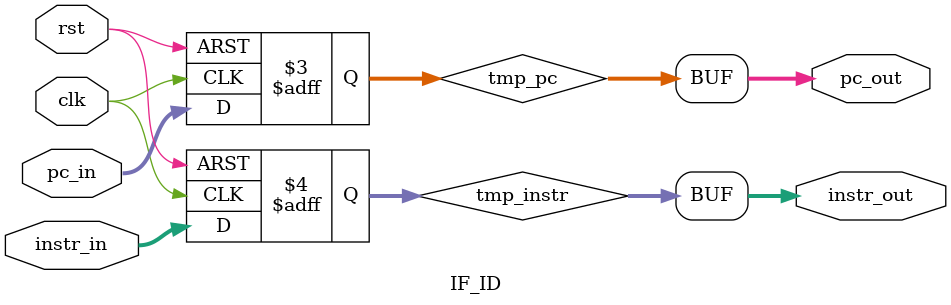
<source format=v>
`timescale 1ns / 1ps
module IF_ID(
input wire clk,
input wire rst,
input wire [31:0]instr_in,
output wire [31:0]instr_out,
input wire [31:0]pc_in,
output wire [31:0]pc_out
);
	reg [31:0]tmp_pc,tmp_instr;
	
	initial begin tmp_pc=32'hFFFFFFFFF; tmp_instr=0; end
	
	always @(posedge clk or posedge rst)begin
	if(rst)begin
		tmp_instr=32'hFFFFFFFF;
		tmp_pc=32'hFFFFFFFF;
	end
	else begin
		tmp_instr=instr_in;
		tmp_pc=pc_in;
	end
	end
	assign pc_out=tmp_pc;
	assign instr_out=tmp_instr;
endmodule

</source>
